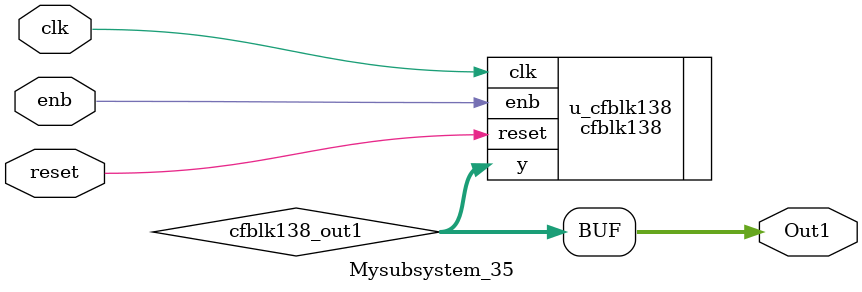
<source format=v>



`timescale 1 ns / 1 ns

module Mysubsystem_35
          (clk,
           reset,
           enb,
           Out1);


  input   clk;
  input   reset;
  input   enb;
  output  [7:0] Out1;  // uint8


  wire [7:0] cfblk138_out1;  // uint8


  cfblk138 u_cfblk138 (.clk(clk),
                       .reset(reset),
                       .enb(enb),
                       .y(cfblk138_out1)  // uint8
                       );

  assign Out1 = cfblk138_out1;

endmodule  // Mysubsystem_35


</source>
